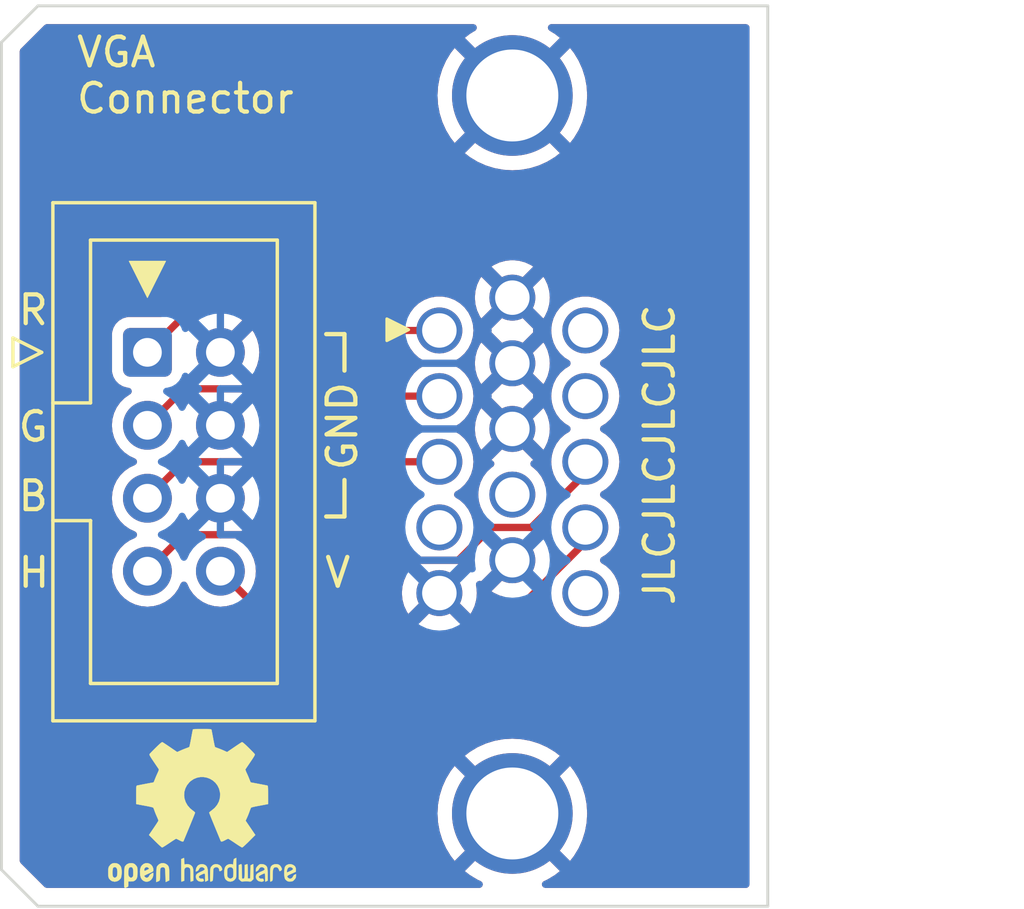
<source format=kicad_pcb>
(kicad_pcb (version 20221018) (generator pcbnew)
  (title_block (title "Apple II VGA Connector Board") (date "2023-09-08") (rev "A") (comment 1 "Licensed under CERN-OHL-P V2.0 (https://ohwr.org/cern_ohl_p_v2.txt)") (comment 2 "Copyright (c) 2023 Mark Aikens"))
  (layers (0 "F.Cu" signal) (31 "B.Cu" signal) (35 "F.Paste" user) (37 "F.SilkS" user "F.Silkscreen") (38 "B.Mask" user) (39 "F.Mask" user) (44 "Edge.Cuts" user))
  (net 0 "")
  (net 1 "R")
  (net 2 "/GND")
  (net 3 "G")
  (net 4 "B")
  (net 5 "VSYNC")
  (net 6 "HSYNC")
  (footprint "AppleVGA-Connector:DSUB-15HD_TE_Connectivity_2311586-4" (layer "F.Cu") (at 144.78 104.14 90)
    (fp_text reference "J2" hide)
    (fp_text value "DB15HD_Female")
    (fp_poly (pts (xy 4.5974 -3.6068) (xy 4.2164 -4.3688) (xy 4.9784 -4.3688)) (stroke (width 0.1)) (fill solid) (layer "F.SilkS"))
    (pad "0" thru_hole circle (at -12.246 0 90) (size 4.2 4.2) (drill 3.2) (layers "*.Cu" "*.Mask") (net 2 "/GND"))
    (pad "0" thru_hole circle (at 12.754 0 90) (size 4.2 4.2) (drill 3.2) (layers "*.Cu" "*.Mask") (net 2 "/GND"))
    (pad "1" thru_hole circle (at 4.572 -2.54 90) (size 1.6 1.6) (drill 1.2) (layers "*.Cu" "*.Mask") (net 1 "R"))
    (pad "2" thru_hole circle (at 2.286 -2.54 90) (size 1.6 1.6) (drill 1.2) (layers "*.Cu" "*.Mask") (net 3 "G"))
    (pad "3" thru_hole circle (at 0 -2.54 90) (size 1.6 1.6) (drill 1.2) (layers "*.Cu" "*.Mask") (net 4 "B"))
    (pad "4" thru_hole circle (at -2.286 -2.54 90) (size 1.6 1.6) (drill 1.2) (layers "*.Cu" "*.Mask"))
    (pad "5" thru_hole circle (at -4.572 -2.54 90) (size 1.6 1.6) (drill 1.2) (layers "*.Cu" "*.Mask") (net 2 "/GND"))
    (pad "6" thru_hole circle (at 5.715 0 90) (size 1.6 1.6) (drill 1.2) (layers "*.Cu" "*.Mask") (net 2 "/GND"))
    (pad "7" thru_hole circle (at 3.429 0 90) (size 1.6 1.6) (drill 1.2) (layers "*.Cu" "*.Mask") (net 2 "/GND"))
    (pad "8" thru_hole circle (at 1.143 0 90) (size 1.6 1.6) (drill 1.2) (layers "*.Cu" "*.Mask") (net 2 "/GND"))
    (pad "9" thru_hole circle (at -1.143 0 90) (size 1.6 1.6) (drill 1.2) (layers "*.Cu" "*.Mask"))
    (pad "10" thru_hole circle (at -3.429 0 90) (size 1.6 1.6) (drill 1.2) (layers "*.Cu" "*.Mask") (net 2 "/GND"))
    (pad "11" thru_hole circle (at 4.572 2.54 90) (size 1.6 1.6) (drill 1.2) (layers "*.Cu" "*.Mask"))
    (pad "12" thru_hole circle (at 2.286 2.54 90) (size 1.6 1.6) (drill 1.2) (layers "*.Cu" "*.Mask"))
    (pad "13" thru_hole circle (at 0 2.54 90) (size 1.6 1.6) (drill 1.2) (layers "*.Cu" "*.Mask") (net 6 "HSYNC"))
    (pad "14" thru_hole circle (at -2.286 2.54 90) (size 1.6 1.6) (drill 1.2) (layers "*.Cu" "*.Mask") (net 5 "VSYNC"))
    (pad "15" thru_hole circle (at -4.572 2.54 90) (size 1.6 1.6) (drill 1.2) (layers "*.Cu" "*.Mask"))
  )
  (footprint "Symbol:OSHW-Logo2_7.3x6mm_SilkScreen" (layer "F.Cu") (at 133.985 116.205)
    (fp_text reference "REF**" hide)
    (fp_text value "OSHW-Logo2_7.3x6mm_SilkScreen" hide)
    (fp_poly (pts (xy 2.6526 1.958752) (xy 2.669948 1.966334) (xy 2.711356 1.999128) (xy 2.746765 2.046547) (xy 2.768664 2.097151) (xy 2.772229 2.122098) (xy 2.760279 2.156927) (xy 2.734067 2.175357) (xy 2.705964 2.186516) (xy 2.693095 2.188572) (xy 2.686829 2.173649) (xy 2.674456 2.141175) (xy 2.669028 2.126502) (xy 2.63859 2.075744) (xy 2.59452 2.050427) (xy 2.53801 2.051206) (xy 2.533825 2.052203) (xy 2.503655 2.066507) (xy 2.481476 2.094393) (xy 2.466327 2.139287) (xy 2.45725 2.204615) (xy 2.453286 2.293804) (xy 2.452914 2.341261) (xy 2.45273 2.416071) (xy 2.451522 2.467069) (xy 2.448309 2.499471) (xy 2.442109 2.518495) (xy 2.43194 2.529356) (xy 2.416819 2.537272) (xy 2.415946 2.53767) (xy 2.386828 2.549981) (xy 2.372403 2.554514) (xy 2.370186 2.540809) (xy 2.368289 2.502925) (xy 2.366847 2.445715) (xy 2.365998 2.374027) (xy 2.365829 2.321565) (xy 2.366692 2.220047) (xy 2.37007 2.143032) (xy 2.377142 2.086023) (xy 2.389088 2.044526) (xy 2.40709 2.014043) (xy 2.432327 1.99008) (xy 2.457247 1.973355) (xy 2.517171 1.951097) (xy 2.586911 1.946076) (xy 2.6526 1.958752)) (stroke (width 0.01)) (fill solid) (layer "F.SilkS"))
    (fp_poly (pts (xy -1.283907 1.92778) (xy -1.237328 1.954723) (xy -1.204943 1.981466) (xy -1.181258 2.009484) (xy -1.164941 2.043748) (xy -1.154661 2.089227) (xy -1.149086 2.150892) (xy -1.146884 2.233711) (xy -1.146629 2.293246) (xy -1.146629 2.512391) (xy -1.208314 2.540044) (xy -1.27 2.567697) (xy -1.277257 2.32767) (xy -1.280256 2.238028) (xy -1.283402 2.172962) (xy -1.287299 2.128026) (xy -1.292553 2.09877) (xy -1.299769 2.080748) (xy -1.30955 2.069511) (xy -1.312688 2.067079) (xy -1.360239 2.048083) (xy -1.408303 2.0556) (xy -1.436914 2.075543) (xy -1.448553 2.089675) (xy -1.456609 2.10822) (xy -1.461729 2.136334) (xy -1.464559 2.179173) (xy -1.465744 2.241895) (xy -1.465943 2.307261) (xy -1.465982 2.389268) (xy -1.467386 2.447316) (xy -1.472086 2.486465) (xy -1.482013 2.51178) (xy -1.499097 2.528323) (xy -1.525268 2.541156) (xy -1.560225 2.554491) (xy -1.598404 2.569007) (xy -1.593859 2.311389) (xy -1.592029 2.218519) (xy -1.589888 2.149889) (xy -1.586819 2.100711) (xy -1.582206 2.066198) (xy -1.575432 2.041562) (xy -1.565881 2.022016) (xy -1.554366 2.00477) (xy -1.49881 1.94968) (xy -1.43102 1.917822) (xy -1.357287 1.910191) (xy -1.283907 1.92778)) (stroke (width 0.01)) (fill solid) (layer "F.SilkS"))
    (fp_poly (pts (xy 0.529926 1.949755) (xy 0.595858 1.974084) (xy 0.649273 2.017117) (xy 0.670164 2.047409) (xy 0.692939 2.102994) (xy 0.692466 2.143186) (xy 0.668562 2.170217) (xy 0.659717 2.174813) (xy 0.62153 2.189144) (xy 0.602028 2.185472) (xy 0.595422 2.161407) (xy 0.595086 2.148114) (xy 0.582992 2.09921) (xy 0.551471 2.064999) (xy 0.507659 2.048476) (xy 0.458695 2.052634) (xy 0.418894 2.074227) (xy 0.40545 2.086544) (xy 0.395921 2.101487) (xy 0.389485 2.124075) (xy 0.385317 2.159328) (xy 0.382597 2.212266) (xy 0.380502 2.287907) (xy 0.37996 2.311857) (xy 0.377981 2.39379) (xy 0.375731 2.451455) (xy 0.372357 2.489608) (xy 0.367006 2.513004) (xy 0.358824 2.526398) (xy 0.346959 2.534545) (xy 0.339362 2.538144) (xy 0.307102 2.550452) (xy 0.288111 2.554514) (xy 0.281836 2.540948) (xy 0.278006 2.499934) (xy 0.2766 2.430999) (xy 0.277598 2.333669) (xy 0.277908 2.318657) (xy 0.280101 2.229859) (xy 0.282693 2.165019) (xy 0.286382 2.119067) (xy 0.291864 2.086935) (xy 0.299835 2.063553) (xy 0.310993 2.043852) (xy 0.31683 2.03541) (xy 0.350296 1.998057) (xy 0.387727 1.969003) (xy 0.392309 1.966467) (xy 0.459426 1.946443) (xy 0.529926 1.949755)) (stroke (width 0.01)) (fill solid) (layer "F.SilkS"))
    (fp_poly (pts (xy -0.624114 1.851289) (xy -0.619861 1.910613) (xy -0.614975 1.945572) (xy -0.608205 1.96082) (xy -0.598298 1.961015) (xy -0.595086 1.959195) (xy -0.552356 1.946015) (xy -0.496773 1.946785) (xy -0.440263 1.960333) (xy -0.404918 1.977861) (xy -0.368679 2.005861) (xy -0.342187 2.037549) (xy -0.324001 2.077813) (xy -0.312678 2.131543) (xy -0.306778 2.203626) (xy -0.304857 2.298951) (xy -0.304823 2.317237) (xy -0.3048 2.522646) (xy -0.350509 2.53858) (xy -0.382973 2.54942) (xy -0.400785 2.554468) (xy -0.401309 2.554514) (xy -0.403063 2.540828) (xy -0.404556 2.503076) (xy -0.405674 2.446224) (xy -0.406303 2.375234) (xy -0.4064 2.332073) (xy -0.406602 2.246973) (xy -0.407642 2.185981) (xy -0.410169 2.144177) (xy -0.414836 2.116642) (xy -0.422293 2.098456) (xy -0.433189 2.084698) (xy -0.439993 2.078073) (xy -0.486728 2.051375) (xy -0.537728 2.049375) (xy -0.583999 2.071955) (xy -0.592556 2.080107) (xy -0.605107 2.095436) (xy -0.613812 2.113618) (xy -0.619369 2.139909) (xy -0.622474 2.179562) (xy -0.623824 2.237832) (xy -0.624114 2.318173) (xy -0.624114 2.522646) (xy -0.669823 2.53858) (xy -0.702287 2.54942) (xy -0.720099 2.554468) (xy -0.720623 2.554514) (xy -0.721963 2.540623) (xy -0.723172 2.501439) (xy -0.724199 2.4407) (xy -0.724998 2.362141) (xy -0.725519 2.269498) (xy -0.725714 2.166509) (xy -0.725714 1.769342) (xy -0.678543 1.749444) (xy -0.631371 1.729547) (xy -0.624114 1.851289)) (stroke (width 0.01)) (fill solid) (layer "F.SilkS"))
    (fp_poly (pts (xy 1.779833 1.958663) (xy 1.782048 1.99685) (xy 1.783784 2.054886) (xy 1.784899 2.12818) (xy 1.785257 2.205055) (xy 1.785257 2.465196) (xy 1.739326 2.511127) (xy 1.707675 2.539429) (xy 1.67989 2.550893) (xy 1.641915 2.550168) (xy 1.62684 2.548321) (xy 1.579726 2.542948) (xy 1.540756 2.539869) (xy 1.531257 2.539585) (xy 1.499233 2.541445) (xy 1.453432 2.546114) (xy 1.435674 2.548321) (xy 1.392057 2.551735) (xy 1.362745 2.54432) (xy 1.33368 2.521427) (xy 1.323188 2.511127) (xy 1.277257 2.465196) (xy 1.277257 1.978602) (xy 1.314226 1.961758) (xy 1.346059 1.949282) (xy 1.364683 1.944914) (xy 1.369458 1.958718) (xy 1.373921 1.997286) (xy 1.377775 2.056356) (xy 1.380722 2.131663) (xy 1.382143 2.195286) (xy 1.386114 2.445657) (xy 1.420759 2.450556) (xy 1.452268 2.447131) (xy 1.467708 2.436041) (xy 1.472023 2.415308) (xy 1.475708 2.371145) (xy 1.478469 2.309146) (xy 1.480012 2.234909) (xy 1.480235 2.196706) (xy 1.480457 1.976783) (xy 1.526166 1.960849) (xy 1.558518 1.950015) (xy 1.576115 1.944962) (xy 1.576623 1.944914) (xy 1.578388 1.958648) (xy 1.580329 1.99673) (xy 1.582282 2.054482) (xy 1.584084 2.127227) (xy 1.585343 2.195286) (xy 1.589314 2.445657) (xy 1.6764 2.445657) (xy 1.680396 2.21724) (xy 1.684392 1.988822) (xy 1.726847 1.966868) (xy 1.758192 1.951793) (xy 1.776744 1.944951) (xy 1.777279 1.944914) (xy 1.779833 1.958663)) (stroke (width 0.01)) (fill solid) (layer "F.SilkS"))
    (fp_poly (pts (xy -2.958885 1.921962) (xy -2.890855 1.957733) (xy -2.840649 2.015301) (xy -2.822815 2.052312) (xy -2.808937 2.107882) (xy -2.801833 2.178096) (xy -2.80116 2.254727) (xy -2.806573 2.329552) (xy -2.81773 2.394342) (xy -2.834286 2.440873) (xy -2.839374 2.448887) (xy -2.899645 2.508707) (xy -2.971231 2.544535) (xy -3.048908 2.55502) (xy -3.127452 2.53881) (xy -3.149311 2.529092) (xy -3.191878 2.499143) (xy -3.229237 2.459433) (xy -3.232768 2.454397) (xy -3.247119 2.430124) (xy -3.256606 2.404178) (xy -3.26221 2.370022) (xy -3.264914 2.321119) (xy -3.265701 2.250935) (xy -3.265714 2.2352) (xy -3.265678 2.230192) (xy -3.120571 2.230192) (xy -3.119727 2.29643) (xy -3.116404 2.340386) (xy -3.109417 2.368779) (xy -3.097584 2.388325) (xy -3.091543 2.394857) (xy -3.056814 2.41968) (xy -3.023097 2.418548) (xy -2.989005 2.397016) (xy -2.968671 2.374029) (xy -2.956629 2.340478) (xy -2.949866 2.287569) (xy -2.949402 2.281399) (xy -2.948248 2.185513) (xy -2.960312 2.114299) (xy -2.98543 2.068194) (xy -3.02344 2.047635) (xy -3.037008 2.046514) (xy -3.072636 2.052152) (xy -3.097006 2.071686) (xy -3.111907 2.109042) (xy -3.119125 2.16815) (xy -3.120571 2.230192) (xy -3.265678 2.230192) (xy -3.265174 2.160413) (xy -3.262904 2.108159) (xy -3.257932 2.071949) (xy -3.249287 2.045299) (xy -3.235995 2.021722) (xy -3.233057 2.017338) (xy -3.183687 1.958249) (xy -3.129891 1.923947) (xy -3.064398 1.910331) (xy -3.042158 1.909665) (xy -2.958885 1.921962)) (stroke (width 0.01)) (fill solid) (layer "F.SilkS"))
    (fp_poly (pts (xy 3.153595 1.966966) (xy 3.211021 2.004497) (xy 3.238719 2.038096) (xy 3.260662 2.099064) (xy 3.262405 2.147308) (xy 3.258457 2.211816) (xy 3.109686 2.276934) (xy 3.037349 2.310202) (xy 2.990084 2.336964) (xy 2.965507 2.360144) (xy 2.961237 2.382667) (xy 2.974889 2.407455) (xy 2.989943 2.423886) (xy 3.033746 2.450235) (xy 3.081389 2.452081) (xy 3.125145 2.431546) (xy 3.157289 2.390752) (xy 3.163038 2.376347) (xy 3.190576 2.331356) (xy 3.222258 2.312182) (xy 3.265714 2.295779) (xy 3.265714 2.357966) (xy 3.261872 2.400283) (xy 3.246823 2.435969) (xy 3.21528 2.476943) (xy 3.210592 2.482267) (xy 3.175506 2.51872) (xy 3.145347 2.538283) (xy 3.107615 2.547283) (xy 3.076335 2.55023) (xy 3.020385 2.550965) (xy 2.980555 2.54166) (xy 2.955708 2.527846) (xy 2.916656 2.497467) (xy 2.889625 2.464613) (xy 2.872517 2.423294) (xy 2.863238 2.367521) (xy 2.859693 2.291305) (xy 2.85941 2.252622) (xy 2.860372 2.206247) (xy 2.948007 2.206247) (xy 2.949023 2.231126) (xy 2.951556 2.2352) (xy 2.968274 2.229665) (xy 3.004249 2.215017) (xy 3.052331 2.19419) (xy 3.062386 2.189714) (xy 3.123152 2.158814) (xy 3.156632 2.131657) (xy 3.16399 2.10622) (xy 3.146391 2.080481) (xy 3.131856 2.069109) (xy 3.07941 2.046364) (xy 3.030322 2.050122) (xy 2.989227 2.077884) (xy 2.960758 2.127152) (xy 2.951631 2.166257) (xy 2.948007 2.206247) (xy 2.860372 2.206247) (xy 2.861285 2.162249) (xy 2.868196 2.095384) (xy 2.881884 2.046695) (xy 2.904096 2.010849) (xy 2.936574 1.982513) (xy 2.950733 1.973355) (xy 3.015053 1.949507) (xy 3.085473 1.948006) (xy 3.153595 1.966966)) (stroke (width 0.01)) (fill solid) (layer "F.SilkS"))
    (fp_poly (pts (xy 1.190117 2.065358) (xy 1.189933 2.173837) (xy 1.189219 2.257287) (xy 1.187675 2.319704) (xy 1.185001 2.365085) (xy 1.180894 2.397429) (xy 1.175055 2.420733) (xy 1.167182 2.438995) (xy 1.161221 2.449418) (xy 1.111855 2.505945) (xy 1.049264 2.541377) (xy 0.980013 2.55409) (xy 0.910668 2.542463) (xy 0.869375 2.521568) (xy 0.826025 2.485422) (xy 0.796481 2.441276) (xy 0.778655 2.383462) (xy 0.770463 2.306313) (xy 0.769302 2.249714) (xy 0.769458 2.245647) (xy 0.870857 2.245647) (xy 0.871476 2.31055) (xy 0.874314 2.353514) (xy 0.88084 2.381622) (xy 0.892523 2.401953) (xy 0.906483 2.417288) (xy 0.953365 2.44689) (xy 1.003701 2.449419) (xy 1.051276 2.424705) (xy 1.054979 2.421356) (xy 1.070783 2.403935) (xy 1.080693 2.383209) (xy 1.086058 2.352362) (xy 1.088228 2.304577) (xy 1.088571 2.251748) (xy 1.087827 2.185381) (xy 1.084748 2.141106) (xy 1.078061 2.112009) (xy 1.066496 2.091173) (xy 1.057013 2.080107) (xy 1.01296 2.052198) (xy 0.962224 2.048843) (xy 0.913796 2.070159) (xy 0.90445 2.078073) (xy 0.88854 2.095647) (xy 0.87861 2.116587) (xy 0.873278 2.147782) (xy 0.871163 2.196122) (xy 0.870857 2.245647) (xy 0.769458 2.245647) (xy 0.77281 2.158568) (xy 0.784726 2.090086) (xy 0.807135 2.0386) (xy 0.842124 1.998443) (xy 0.869375 1.977861) (xy 0.918907 1.955625) (xy 0.976316 1.945304) (xy 1.029682 1.948067) (xy 1.059543 1.959212) (xy 1.071261 1.962383) (xy 1.079037 1.950557) (xy 1.084465 1.918866) (xy 1.088571 1.870593) (xy 1.093067 1.816829) (xy 1.099313 1.784482) (xy 1.110676 1.765985) (xy 1.130528 1.75377) (xy 1.143 1.748362) (xy 1.190171 1.728601) (xy 1.190117 2.065358)) (stroke (width 0.01)) (fill solid) (layer "F.SilkS"))
    (fp_poly (pts (xy -1.831697 1.931239) (xy -1.774473 1.969735) (xy -1.730251 2.025335) (xy -1.703833 2.096086) (xy -1.69849 2.148162) (xy -1.699097 2.169893) (xy -1.704178 2.186531) (xy -1.718145 2.201437) (xy -1.745411 2.217973) (xy -1.790388 2.239498) (xy -1.857489 2.269374) (xy -1.857829 2.269524) (xy -1.919593 2.297813) (xy -1.970241 2.322933) (xy -2.004596 2.342179) (xy -2.017482 2.352848) (xy -2.017486 2.352934) (xy -2.006128 2.376166) (xy -1.979569 2.401774) (xy -1.949077 2.420221) (xy -1.93363 2.423886) (xy -1.891485 2.411212) (xy -1.855192 2.379471) (xy -1.837483 2.344572) (xy -1.820448 2.318845) (xy -1.787078 2.289546) (xy -1.747851 2.264235) (xy -1.713244 2.250471) (xy -1.706007 2.249714) (xy -1.697861 2.26216) (xy -1.69737 2.293972) (xy -1.703357 2.336866) (xy -1.714643 2.382558) (xy -1.73005 2.422761) (xy -1.730829 2.424322) (xy -1.777196 2.489062) (xy -1.837289 2.533097) (xy -1.905535 2.554711) (xy -1.976362 2.552185) (xy -2.044196 2.523804) (xy -2.047212 2.521808) (xy -2.100573 2.473448) (xy -2.13566 2.410352) (xy -2.155078 2.327387) (xy -2.157684 2.304078) (xy -2.162299 2.194055) (xy -2.156767 2.142748) (xy -2.017486 2.142748) (xy -2.015676 2.174753) (xy -2.005778 2.184093) (xy -1.981102 2.177105) (xy -1.942205 2.160587) (xy -1.898725 2.139881) (xy -1.897644 2.139333) (xy -1.860791 2.119949) (xy -1.846 2.107013) (xy -1.849647 2.093451) (xy -1.865005 2.075632) (xy -1.904077 2.049845) (xy -1.946154 2.04795) (xy -1.983897 2.066717) (xy -2.009966 2.102915) (xy -2.017486 2.142748) (xy -2.156767 2.142748) (xy -2.152806 2.106027) (xy -2.12845 2.036212) (xy -2.094544 1.987302) (xy -2.033347 1.937878) (xy -1.965937 1.913359) (xy -1.89712 1.911797) (xy -1.831697 1.931239)) (stroke (width 0.01)) (fill solid) (layer "F.SilkS"))
    (fp_poly (pts (xy 0.039744 1.950968) (xy 0.096616 1.972087) (xy 0.097267 1.972493) (xy 0.13244 1.99838) (xy 0.158407 2.028633) (xy 0.17667 2.068058) (xy 0.188732 2.121462) (xy 0.196096 2.193651) (xy 0.200264 2.289432) (xy 0.200629 2.303078) (xy 0.205876 2.508842) (xy 0.161716 2.531678) (xy 0.129763 2.54711) (xy 0.11047 2.554423) (xy 0.109578 2.554514) (xy 0.106239 2.541022) (xy 0.103587 2.504626) (xy 0.101956 2.451452) (xy 0.1016 2.408393) (xy 0.101592 2.338641) (xy 0.098403 2.294837) (xy 0.087288 2.273944) (xy 0.063501 2.272925) (xy 0.022296 2.288741) (xy -0.039914 2.317815) (xy -0.085659 2.341963) (xy -0.109187 2.362913) (xy -0.116104 2.385747) (xy -0.116114 2.386877) (xy -0.104701 2.426212) (xy -0.070908 2.447462) (xy -0.019191 2.450539) (xy 0.018061 2.450006) (xy 0.037703 2.460735) (xy 0.049952 2.486505) (xy 0.057002 2.519337) (xy 0.046842 2.537966) (xy 0.043017 2.540632) (xy 0.007001 2.55134) (xy -0.043434 2.552856) (xy -0.095374 2.545759) (xy -0.132178 2.532788) (xy -0.183062 2.489585) (xy -0.211986 2.429446) (xy -0.217714 2.382462) (xy -0.213343 2.340082) (xy -0.197525 2.305488) (xy -0.166203 2.274763) (xy -0.115322 2.24399) (xy -0.040824 2.209252) (xy -0.036286 2.207288) (xy 0.030821 2.176287) (xy 0.072232 2.150862) (xy 0.089981 2.128014) (xy 0.086107 2.104745) (xy 0.062643 2.078056) (xy 0.055627 2.071914) (xy 0.00863 2.0481) (xy -0.040067 2.049103) (xy -0.082478 2.072451) (xy -0.110616 2.115675) (xy -0.113231 2.12416) (xy -0.138692 2.165308) (xy -0.170999 2.185128) (xy -0.217714 2.20477) (xy -0.217714 2.15395) (xy -0.203504 2.080082) (xy -0.161325 2.012327) (xy -0.139376 1.989661) (xy -0.089483 1.960569) (xy -0.026033 1.9474) (xy 0.039744 1.950968)) (stroke (width 0.01)) (fill solid) (layer "F.SilkS"))
    (fp_poly (pts (xy -2.400256 1.919918) (xy -2.344799 1.947568) (xy -2.295852 1.99848) (xy -2.282371 2.017338) (xy -2.267686 2.042015) (xy -2.258158 2.068816) (xy -2.252707 2.104587) (xy -2.250253 2.156169) (xy -2.249714 2.224267) (xy -2.252148 2.317588) (xy -2.260606 2.387657) (xy -2.276826 2.439931) (xy -2.302546 2.479869) (xy -2.339503 2.512929) (xy -2.342218 2.514886) (xy -2.37864 2.534908) (xy -2.422498 2.544815) (xy -2.478276 2.547257) (xy -2.568952 2.547257) (xy -2.56899 2.635283) (xy -2.569834 2.684308) (xy -2.574976 2.713065) (xy -2.588413 2.730311) (xy -2.614142 2.744808) (xy -2.620321 2.747769) (xy -2.649236 2.761648) (xy -2.671624 2.770414) (xy -2.688271 2.771171) (xy -2.699964 2.761023) (xy -2.70749 2.737073) (xy -2.711634 2.696426) (xy -2.713185 2.636186) (xy -2.712929 2.553455) (xy -2.711651 2.445339) (xy -2.711252 2.413) (xy -2.709815 2.301524) (xy -2.708528 2.228603) (xy -2.569029 2.228603) (xy -2.568245 2.290499) (xy -2.56476 2.330997) (xy -2.556876 2.357708) (xy -2.542895 2.378244) (xy -2.533403 2.38826) (xy -2.494596 2.417567) (xy -2.460237 2.419952) (xy -2.424784 2.39575) (xy -2.423886 2.394857) (xy -2.409461 2.376153) (xy -2.400687 2.350732) (xy -2.396261 2.311584) (xy -2.394882 2.251697) (xy -2.394857 2.23843) (xy -2.398188 2.155901) (xy -2.409031 2.098691) (xy -2.42866 2.063766) (xy -2.45835 2.048094) (xy -2.475509 2.046514) (xy -2.516234 2.053926) (xy -2.544168 2.07833) (xy -2.560983 2.12298) (xy -2.56835 2.19113) (xy -2.569029 2.228603) (xy -2.708528 2.228603) (xy -2.708292 2.215245) (xy -2.706323 2.150333) (xy -2.70355 2.102958) (xy -2.699612 2.06929) (xy -2.694151 2.045498) (xy -2.686808 2.027753) (xy -2.677223 2.012224) (xy -2.673113 2.006381) (xy -2.618595 1.951185) (xy -2.549664 1.91989) (xy -2.469928 1.911165) (xy -2.400256 1.919918)) (stroke (width 0.01)) (fill solid) (layer "F.SilkS"))
    (fp_poly (pts (xy 2.144876 1.956335) (xy 2.186667 1.975344) (xy 2.219469 1.998378) (xy 2.243503 2.024133) (xy 2.260097 2.057358) (xy 2.270577 2.1028) (xy 2.276271 2.165207) (xy 2.278507 2.249327) (xy 2.278743 2.304721) (xy 2.278743 2.520826) (xy 2.241774 2.53767) (xy 2.212656 2.549981) (xy 2.198231 2.554514) (xy 2.195472 2.541025) (xy 2.193282 2.504653) (xy 2.191942 2.451542) (xy 2.191657 2.409372) (xy 2.190434 2.348447) (xy 2.187136 2.300115) (xy 2.182321 2.270518) (xy 2.178496 2.264229) (xy 2.152783 2.270652) (xy 2.112418 2.287125) (xy 2.065679 2.309458) (xy 2.020845 2.333457) (xy 1.986193 2.35493) (xy 1.970002 2.369685) (xy 1.969938 2.369845) (xy 1.97133 2.397152) (xy 1.983818 2.423219) (xy 2.005743 2.444392) (xy 2.037743 2.451474) (xy 2.065092 2.450649) (xy 2.103826 2.450042) (xy 2.124158 2.459116) (xy 2.136369 2.483092) (xy 2.137909 2.487613) (xy 2.143203 2.521806) (xy 2.129047 2.542568) (xy 2.092148 2.552462) (xy 2.052289 2.554292) (xy 1.980562 2.540727) (xy 1.943432 2.521355) (xy 1.897576 2.475845) (xy 1.873256 2.419983) (xy 1.871073 2.360957) (xy 1.891629 2.305953) (xy 1.922549 2.271486) (xy 1.95342 2.252189) (xy 2.001942 2.227759) (xy 2.058485 2.202985) (xy 2.06791 2.199199) (xy 2.130019 2.171791) (xy 2.165822 2.147634) (xy 2.177337 2.123619) (xy 2.16658 2.096635) (xy 2.148114 2.075543) (xy 2.104469 2.049572) (xy 2.056446 2.047624) (xy 2.012406 2.067637) (xy 1.980709 2.107551) (xy 1.976549 2.117848) (xy 1.952327 2.155724) (xy 1.916965 2.183842) (xy 1.872343 2.206917) (xy 1.872343 2.141485) (xy 1.874969 2.101506) (xy 1.88623 2.069997) (xy 1.911199 2.036378) (xy 1.935169 2.010484) (xy 1.972441 1.973817) (xy 2.001401 1.954121) (xy 2.032505 1.94622) (xy 2.067713 1.944914) (xy 2.144876 1.956335)) (stroke (width 0.01)) (fill solid) (layer "F.SilkS"))
    (fp_poly (pts (xy 0.10391 -2.757652) (xy 0.182454 -2.757222) (xy 0.239298 -2.756058) (xy 0.278105 -2.753793) (xy 0.302538 -2.75006) (xy 0.316262 -2.744494) (xy 0.32294 -2.736727) (xy 0.326236 -2.726395) (xy 0.326556 -2.725057) (xy 0.331562 -2.700921) (xy 0.340829 -2.653299) (xy 0.353392 -2.587259) (xy 0.368287 -2.507872) (xy 0.384551 -2.420204) (xy 0.385119 -2.417125) (xy 0.40141 -2.331211) (xy 0.416652 -2.255304) (xy 0.429861 -2.193955) (xy 0.440054 -2.151718) (xy 0.446248 -2.133145) (xy 0.446543 -2.132816) (xy 0.464788 -2.123747) (xy 0.502405 -2.108633) (xy 0.551271 -2.090738) (xy 0.551543 -2.090642) (xy 0.613093 -2.067507) (xy 0.685657 -2.038035) (xy 0.754057 -2.008403) (xy 0.757294 -2.006938) (xy 0.868702 -1.956374) (xy 1.115399 -2.12484) (xy 1.191077 -2.176197) (xy 1.259631 -2.222111) (xy 1.317088 -2.25997) (xy 1.359476 -2.287163) (xy 1.382825 -2.301079) (xy 1.385042 -2.302111) (xy 1.40201 -2.297516) (xy 1.433701 -2.275345) (xy 1.481352 -2.234553) (xy 1.546198 -2.174095) (xy 1.612397 -2.109773) (xy 1.676214 -2.046388) (xy 1.733329 -1.988549) (xy 1.780305 -1.939825) (xy 1.813703 -1.90379) (xy 1.830085 -1.884016) (xy 1.830694 -1.882998) (xy 1.832505 -1.869428) (xy 1.825683 -1.847267) (xy 1.80854 -1.813522) (xy 1.779393 -1.7652) (xy 1.736555 -1.699308) (xy 1.679448 -1.614483) (xy 1.628766 -1.539823) (xy 1.583461 -1.47286) (xy 1.54615 -1.417484) (xy 1.519452 -1.37758) (xy 1.505985 -1.357038) (xy 1.505137 -1.355644) (xy 1.506781 -1.335962) (xy 1.519245 -1.297707) (xy 1.540048 -1.248111) (xy 1.547462 -1.232272) (xy 1.579814 -1.16171) (xy 1.614328 -1.081647) (xy 1.642365 -1.012371) (xy 1.662568 -0.960955) (xy 1.678615 -0.921881) (xy 1.687888 -0.901459) (xy 1.689041 -0.899886) (xy 1.706096 -0.897279) (xy 1.746298 -0.890137) (xy 1.804302 -0.879477) (xy 1.874763 -0.866315) (xy 1.952335 -0.851667) (xy 2.031672 -0.836551) (xy 2.107431 -0.821982) (xy 2.174264 -0.808978) (xy 2.226828 -0.798555) (xy 2.259776 -0.79173) (xy 2.267857 -0.789801) (xy 2.276205 -0.785038) (xy 2.282506 -0.774282) (xy 2.287045 -0.753902) (xy 2.290104 -0.720266) (xy 2.291967 -0.669745) (xy 2.292918 -0.598708) (xy 2.29324 -0.503524) (xy 2.293257 -0.464508) (xy 2.293257 -0.147201) (xy 2.217057 -0.132161) (xy 2.174663 -0.124005) (xy 2.1114 -0.112101) (xy 2.034962 -0.097884) (xy 1.953043 -0.08279) (xy 1.9304 -0.078645) (xy 1.854806 -0.063947) (xy 1.788953 -0.049495) (xy 1.738366 -0.036625) (xy 1.708574 -0.026678) (xy 1.703612 -0.023713) (xy 1.691426 -0.002717) (xy 1.673953 0.037967) (xy 1.654577 0.090322) (xy 1.650734 0.1016) (xy 1.625339 0.171523) (xy 1.593817 0.250418) (xy 1.562969 0.321266) (xy 1.562817 0.321595) (xy 1.511447 0.432733) (xy 1.680399 0.681253) (xy 1.849352 0.929772) (xy 1.632429 1.147058) (xy 1.566819 1.211726) (xy 1.506979 1.268733) (xy 1.456267 1.315033) (xy 1.418046 1.347584) (xy 1.395675 1.363343) (xy 1.392466 1.364343) (xy 1.373626 1.356469) (xy 1.33518 1.334578) (xy 1.28133 1.301267) (xy 1.216276 1.259131) (xy 1.14594 1.211943) (xy 1.074555 1.16381) (xy 1.010908 1.121928) (xy 0.959041 1.088871) (xy 0.922995 1.067218) (xy 0.906867 1.059543) (xy 0.887189 1.066037) (xy 0.849875 1.08315) (xy 0.802621 1.107326) (xy 0.797612 1.110013) (xy 0.733977 1.141927) (xy 0.690341 1.157579) (xy 0.663202 1.157745) (xy 0.649057 1.143204) (xy 0.648975 1.143) (xy 0.641905 1.125779) (xy 0.625042 1.084899) (xy 0.599695 1.023525) (xy 0.567171 0.944819) (xy 0.528778 0.851947) (xy 0.485822 0.748072) (xy 0.444222 0.647502) (xy 0.398504 0.536516) (xy 0.356526 0.433703) (xy 0.319548 0.342215) (xy 0.288827 0.265201) (xy 0.265622 0.205815) (xy 0.25119 0.167209) (xy 0.246743 0.1528) (xy 0.257896 0.136272) (xy 0.287069 0.10993) (xy 0.325971 0.080887) (xy 0.436757 -0.010961) (xy 0.523351 -0.116241) (xy 0.584716 -0.232734) (xy 0.619815 -0.358224) (xy 0.627608 -0.490493) (xy 0.621943 -0.551543) (xy 0.591078 -0.678205) (xy 0.53792 -0.790059) (xy 0.465767 -0.885999) (xy 0.377917 -0.964924) (xy 0.277665 -1.02573) (xy 0.16831 -1.067313) (xy 0.053147 -1.088572) (xy -0.064525 -1.088401) (xy -0.18141 -1.065699) (xy -0.294211 -1.019362) (xy -0.399631 -0.948287) (xy -0.443632 -0.908089) (xy -0.528021 -0.804871) (xy -0.586778 -0.692075) (xy -0.620296 -0.57299) (xy -0.628965 -0.450905) (xy -0.613177 -0.329107) (xy -0.573322 -0.210884) (xy -0.509793 -0.099525) (xy -0.422979 0.001684) (xy -0.325971 0.080887) (xy -0.285563 0.111162) (xy -0.257018 0.137219) (xy -0.246743 0.152825) (xy -0.252123 0.169843) (xy -0.267425 0.2105) (xy -0.291388 0.271642) (xy -0.322756 0.350119) (xy -0.360268 0.44278) (xy -0.402667 0.546472) (xy -0.444337 0.647526) (xy -0.49031 0.758607) (xy -0.532893 0.861541) (xy -0.570779 0.953165) (xy -0.60266 1.030316) (xy -0.627229 1.089831) (xy -0.64318 1.128544) (xy -0.64909 1.143) (xy -0.663052 1.157685) (xy -0.69006 1.157642) (xy -0.733587 1.142099) (xy -0.79711 1.110284) (xy -0.797612 1.110013) (xy -0.84544 1.085323) (xy -0.884103 1.067338) (xy -0.905905 1.059614) (xy -0.906867 1.059543) (xy -0.923279 1.067378) (xy -0.959513 1.089165) (xy -1.011526 1.122328) (xy -1.075275 1.164291) (xy -1.14594 1.211943) (xy -1.217884 1.260191) (xy -1.282726 1.302151) (xy -1.336265 1.335227) (xy -1.374303 1.356821) (xy -1.392467 1.364343) (xy -1.409192 1.354457) (xy -1.44282 1.326826) (xy -1.48999 1.284495) (xy -1.547342 1.230505) (xy -1.611516 1.167899) (xy -1.632503 1.146983) (xy -1.849501 0.929623) (xy -1.684332 0.68722) (xy -1.634136 0.612781) (xy -1.590081 0.545972) (xy -1.554638 0.490665) (xy -1.530281 0.450729) (xy -1.519478 0.430036) (xy -1.519162 0.428563) (xy -1.524857 0.409058) (xy -1.540174 0.369822) (xy -1.562463 0.31743) (xy -1.578107 0.282355) (xy -1.607359 0.215201) (xy -1.634906 0.147358) (xy -1.656263 0.090034) (xy -1.662065 0.072572) (xy -1.678548 0.025938) (xy -1.69466 -0.010095) (xy -1.70351 -0.023713) (xy -1.72304 -0.032048) (xy -1.765666 -0.043863) (xy -1.825855 -0.057819) (xy -1.898078 -0.072578) (xy -1.9304 -0.078645) (xy -2.012478 -0.093727) (xy -2.091205 -0.108331) (xy -2.158891 -0.12102) (xy -2.20784 -0.130358) (xy -2.217057 -0.132161) (xy -2.293257 -0.147201) (xy -2.293257 -0.464508) (xy -2.293086 -0.568846) (xy -2.292384 -0.647787) (xy -2.290866 -0.704962) (xy -2.288251 -0.744001) (xy -2.284254 -0.768535) (xy -2.278591 -0.782195) (xy -2.27098 -0.788611) (xy -2.267857 -0.789801) (xy -2.249022 -0.79402) (xy -2.207412 -0.802438) (xy -2.14837 -0.814039) (xy -2.077243 -0.827805) (xy -1.999375 -0.84272) (xy -1.920113 -0.857768) (xy -1.844802 -0.871931) (xy -1.778787 -0.884194) (xy -1.727413 -0.893539) (xy -1.696025 -0.89895) (xy -1.689041 -0.899886) (xy -1.682715 -0.912404) (xy -1.66871 -0.945754) (xy -1.649645 -0.993623) (xy -1.642366 -1.012371) (xy -1.613004 -1.084805) (xy -1.578429 -1.16483) (xy -1.547463 -1.232272) (xy -1.524677 -1.283841) (xy -1.509518 -1.326215) (xy -1.504458 -1.352166) (xy -1.505264 -1.355644) (xy -1.515959 -1.372064) (xy -1.54038 -1.408583) (xy -1.575905 -1.461313) (xy -1.619913 -1.526365) (xy -1.669783 -1.599849) (xy -1.679644 -1.614355) (xy -1.737508 -1.700296) (xy -1.780044 -1.765739) (xy -1.808946 -1.813696) (xy -1.82591 -1.84718) (xy -1.832633 -1.869205) (xy -1.83081 -1.882783) (xy -1.830764 -1.882869) (xy -1.816414 -1.900703) (xy -1.784677 -1.935183) (xy -1.73899 -1.982732) (xy -1.682796 -2.039778) (xy -1.619532 -2.102745) (xy -1.612398 -2.109773) (xy -1.53267 -2.18698) (xy -1.471143 -2.24367) (xy -1.426579 -2.28089) (xy -1.397743 -2.299685) (xy -1.385042 -2.302111) (xy -1.366506 -2.291529) (xy -1.328039 -2.267084) (xy -1.273614 -2.231388) (xy -1.207202 -2.187053) (xy -1.132775 -2.136689) (xy -1.115399 -2.12484) (xy -0.868703 -1.956374) (xy -0.757294 -2.006938) (xy -0.689543 -2.036405) (xy -0.616817 -2.066041) (xy -0.554297 -2.08967) (xy -0.551543 -2.090642) (xy -0.50264 -2.108543) (xy -0.464943 -2.12368) (xy -0.446575 -2.13279) (xy -0.446544 -2.132816) (xy -0.440715 -2.149283) (xy -0.430808 -2.189781) (xy -0.417805 -2.249758) (xy -0.402691 -2.32466) (xy -0.386448 -2.409936) (xy -0.385119 -2.417125) (xy -0.368825 -2.504986) (xy -0.353867 -2.58474) (xy -0.341209 -2.651319) (xy -0.331814 -2.699653) (xy -0.326646 -2.724675) (xy -0.326556 -2.725057) (xy -0.323411 -2.735701) (xy -0.317296 -2.743738) (xy -0.304547 -2.749533) (xy -0.2815 -2.753453) (xy -0.244491 -2.755865) (xy -0.189856 -2.757135) (xy -0.113933 -2.757629) (xy -0.013056 -2.757714) (xy 0 -2.757714) (xy 0.10391 -2.757652)) (stroke (width 0.01)) (fill solid) (layer "F.SilkS"))
  )
  (footprint "Connector_IDC:IDC-Header_2x04_P2.54mm_Vertical" (layer "F.Cu") (at 132.08 100.33)
    (fp_text reference "J1" hide)
    (fp_text value "IDC_02x04")
    (fp_line (start -4.68 -0.5) (end -4.68 0.5) (stroke (width 0.12)) (layer "F.SilkS"))
    (fp_line (start -4.68 0.5) (end -3.68 0) (stroke (width 0.12)) (layer "F.SilkS"))
    (fp_line (start -3.68 0) (end -4.68 -0.5) (stroke (width 0.12)) (layer "F.SilkS"))
    (fp_line (start -3.29 -5.21) (end 5.83 -5.21) (stroke (width 0.12)) (layer "F.SilkS"))
    (fp_line (start -3.29 1.76) (end -1.98 1.76) (stroke (width 0.12)) (layer "F.SilkS"))
    (fp_line (start -3.29 12.83) (end -3.29 -5.21) (stroke (width 0.12)) (layer "F.SilkS"))
    (fp_line (start -1.98 -3.91) (end 4.52 -3.91) (stroke (width 0.12)) (layer "F.SilkS"))
    (fp_line (start -1.98 1.76) (end -1.98 -3.91) (stroke (width 0.12)) (layer "F.SilkS"))
    (fp_line (start -1.98 5.86) (end -3.29 5.86) (stroke (width 0.12)) (layer "F.SilkS"))
    (fp_line (start -1.98 5.86) (end -1.98 5.86) (stroke (width 0.12)) (layer "F.SilkS"))
    (fp_line (start -1.98 11.53) (end -1.98 5.86) (stroke (width 0.12)) (layer "F.SilkS"))
    (fp_line (start 4.52 -3.91) (end 4.52 11.53) (stroke (width 0.12)) (layer "F.SilkS"))
    (fp_line (start 4.52 11.53) (end -1.98 11.53) (stroke (width 0.12)) (layer "F.SilkS"))
    (fp_line (start 5.83 -5.21) (end 5.83 12.83) (stroke (width 0.12)) (layer "F.SilkS"))
    (fp_line (start 5.83 12.83) (end -3.29 12.83) (stroke (width 0.12)) (layer "F.SilkS"))
    (pad "1" thru_hole roundrect (at 0 0) (size 1.7 1.7) (drill 1) (layers "*.Cu" "*.Mask") (roundrect_rratio 0.1470588235) (net 1 "R"))
    (pad "2" thru_hole circle (at 2.54 0) (size 1.7 1.7) (drill 1) (layers "*.Cu" "*.Mask") (net 2 "/GND"))
    (pad "3" thru_hole circle (at 0 2.54) (size 1.7 1.7) (drill 1) (layers "*.Cu" "*.Mask") (net 3 "G"))
    (pad "4" thru_hole circle (at 2.54 2.54) (size 1.7 1.7) (drill 1) (layers "*.Cu" "*.Mask") (net 2 "/GND"))
    (pad "5" thru_hole circle (at 0 5.08) (size 1.7 1.7) (drill 1) (layers "*.Cu" "*.Mask") (net 4 "B"))
    (pad "6" thru_hole circle (at 2.54 5.08) (size 1.7 1.7) (drill 1) (layers "*.Cu" "*.Mask") (net 2 "/GND"))
    (pad "7" thru_hole circle (at 0 7.62) (size 1.7 1.7) (drill 1) (layers "*.Cu" "*.Mask") (net 6 "HSYNC"))
    (pad "8" thru_hole circle (at 2.54 7.62) (size 1.7 1.7) (drill 1) (layers "*.Cu" "*.Mask") (net 5 "VSYNC"))
  )
  (gr_line (start 138.938 106.045) (end 138.303 106.045) (stroke (width 0.15)) (layer "F.SilkS"))
  (gr_line (start 138.938 104.775) (end 138.938 106.045) (stroke (width 0.15)) (layer "F.SilkS"))
  (gr_line (start 138.303 99.695) (end 138.938 99.695) (stroke (width 0.15)) (layer "F.SilkS"))
  (gr_line (start 138.938 99.695) (end 138.938 100.965) (stroke (width 0.15)) (layer "F.SilkS"))
  (gr_poly (pts (xy 131.445 97.155) (xy 132.715 97.155) (xy 132.08 98.425)) (stroke (width 0.0254)) (fill solid) (layer "F.SilkS"))
  (gr_line (start 153.67 88.265) (end 153.67 119.615001) (stroke (width 0.1)) (layer "Edge.Cuts"))
  (gr_line (start 128.27 88.265) (end 153.67 88.265) (stroke (width 0.1)) (layer "Edge.Cuts"))
  (gr_line (start 127 89.535) (end 128.27 88.265) (stroke (width 0.1)) (layer "Edge.Cuts"))
  (gr_line (start 153.67 119.615001) (end 128.27 119.615001) (stroke (width 0.1)) (layer "Edge.Cuts"))
  (gr_line (start 127 118.345001) (end 128.27 119.615001) (stroke (width 0.1)) (layer "Edge.Cuts"))
  (gr_line (start 127 118.345001) (end 127 89.535) (stroke (width 0.1)) (layer "Edge.Cuts"))
  (gr_text "JLCJLCJLCJLC" (at 150.495 109.22 90) (layer "F.SilkS") (effects (font (size 1.016 1.016) (thickness 0.1524)) (justify left bottom)))
  (gr_text "R" (at 127.508 99.441) (layer "F.SilkS") (effects (font (size 1 1)) (justify left bottom)))
  (gr_text "H" (at 127.508 108.585) (layer "F.SilkS") (effects (font (size 1 1)) (justify left bottom)))
  (gr_text "G" (at 127.508 103.505) (layer "F.SilkS") (effects (font (size 1 1)) (justify left bottom)))
  (gr_text "VGA\nConnector" (at 129.54 92.075) (layer "F.SilkS") (effects (font (size 1 1)) (justify left bottom)))
  (gr_text "V" (at 138.176 108.585) (layer "F.SilkS") (effects (font (size 1 1)) (justify left bottom)))
  (gr_text "B" (at 127.508 105.918) (layer "F.SilkS") (effects (font (size 1 1)) (justify left bottom)))
  (gr_text "GND" (at 139.446 104.521 90) (layer "F.SilkS") (effects (font (size 1 1)) (justify left bottom)))
  (segment (start 138.303 99.568) (end 142.24 99.568) (width 0.25) (layer "F.Cu") (net 1))
  (segment (start 133.985 98.425) (end 137.16 98.425) (width 0.25) (layer "F.Cu") (net 1))
  (segment (start 137.16 98.425) (end 138.303 99.568) (width 0.25) (layer "F.Cu") (net 1))
  (segment (start 132.08 100.33) (end 133.985 98.425) (width 0.25) (layer "F.Cu") (net 1))
  (segment (start 143.2814 100.711) (end 141.2272 100.711) (width 0.254) (layer "B.Cu") (net 2))
  (segment (start 140.1858 104.14) (end 141.3288 102.997) (width 0.254) (layer "B.Cu") (net 2))
  (segment (start 141.3288 102.997) (end 143.256 102.997) (width 0.254) (layer "B.Cu") (net 2))
  (segment (start 134.62 105.41) (end 134.62 106.68) (width 0.254) (layer "B.Cu") (net 2))
  (segment (start 141.1225 100.8157) (end 141.1193 100.8157) (width 0.254) (layer "B.Cu") (net 2))
  (segment (start 141.2748 107.569) (end 143.256 107.569) (width 0.254) (layer "B.Cu") (net 2))
  (segment (start 140.335 99.568) (end 138.303 99.568) (width 0.254) (layer "B.Cu") (net 2))
  (segment (start 137.16 98.425) (end 135.128 98.425) (width 0.254) (layer "B.Cu") (net 2))
  (segment (start 142.367 97.536) (end 140.335 99.568) (width 0.254) (layer "B.Cu") (net 2))
  (segment (start 143.891 97.536) (end 142.367 97.536) (width 0.254) (layer "B.Cu") (net 2))
  (segment (start 140.3858 106.68) (end 141.2748 107.569) (width 0.254) (layer "B.Cu") (net 2))
  (segment (start 134.62 98.933) (end 134.62 100.33) (width 0.254) (layer "B.Cu") (net 2))
  (segment (start 141.1193 100.8157) (end 140.081 101.854) (width 0.254) (layer "B.Cu") (net 2))
  (segment (start 134.62 104.14) (end 140.1858 104.14) (width 0.254) (layer "B.Cu") (net 2))
  (segment (start 137.668 101.854) (end 137.414 101.6) (width 0.254) (layer "B.Cu") (net 2))
  (segment (start 134.62 101.6) (end 134.62 102.87) (width 0.254) (layer "B.Cu") (net 2))
  (segment (start 135.128 98.425) (end 134.62 98.933) (width 0.254) (layer "B.Cu") (net 2))
  (segment (start 138.303 99.568) (end 137.16 98.425) (width 0.254) (layer "B.Cu") (net 2))
  (segment (start 134.62 105.41) (end 134.62 104.14) (width 0.254) (layer "B.Cu") (net 2))
  (segment (start 144.78 98.425) (end 143.891 97.536) (width 0.254) (layer "B.Cu") (net 2))
  (segment (start 137.414 101.6) (end 134.62 101.6) (width 0.254) (layer "B.Cu") (net 2))
  (segment (start 141.2272 100.711) (end 141.1225 100.8157) (width 0.254) (layer "B.Cu") (net 2))
  (segment (start 140.081 101.854) (end 137.668 101.854) (width 0.254) (layer "B.Cu") (net 2))
  (segment (start 134.62 106.68) (end 140.3858 106.68) (width 0.254) (layer "B.Cu") (net 2))
  (segment (start 132.08 102.87) (end 133.35 101.6) (width 0.25) (layer "F.Cu") (net 3))
  (segment (start 133.35 101.6) (end 137.414 101.6) (width 0.25) (layer "F.Cu") (net 3))
  (segment (start 137.414 101.6) (end 137.668 101.854) (width 0.25) (layer "F.Cu") (net 3))
  (segment (start 137.668 101.854) (end 142.24 101.854) (width 0.25) (layer "F.Cu") (net 3))
  (segment (start 132.08 105.41) (end 133.35 104.14) (width 0.254) (layer "F.Cu") (net 4))
  (segment (start 133.35 104.14) (end 142.24 104.14) (width 0.254) (layer "F.Cu") (net 4))
  (segment (start 143.9672 110.2836) (end 147.32 106.9308) (width 0.254) (layer "F.Cu") (net 5))
  (segment (start 136.9536 110.2836) (end 143.9672 110.2836) (width 0.254) (layer "F.Cu") (net 5))
  (segment (start 134.62 107.95) (end 136.9536 110.2836) (width 0.254) (layer "F.Cu") (net 5))
  (segment (start 140.3858 106.68) (end 141.2748 107.569) (width 0.254) (layer "F.Cu") (net 6))
  (segment (start 132.08 107.95) (end 133.35 106.68) (width 0.254) (layer "F.Cu") (net 6))
  (segment (start 144.0434 106.426) (end 145.4404 106.426) (width 0.254) (layer "F.Cu") (net 6))
  (segment (start 133.35 106.68) (end 140.3858 106.68) (width 0.254) (layer "F.Cu") (net 6))
  (segment (start 142.9004 107.569) (end 144.0434 106.426) (width 0.254) (layer "F.Cu") (net 6))
  (segment (start 145.4404 106.426) (end 147.32 104.5464) (width 0.254) (layer "F.Cu") (net 6))
  (segment (start 141.2748 107.569) (end 142.9004 107.569) (width 0.254) (layer "F.Cu") (net 6))
  (zone (net 2) (net_name "/GND") (layers "F&B.Cu") (connect_pads (clearance 0.381)) (min_thickness 0.25) (fill yes (thermal_gap 0.5) (thermal_bridge_width 0.5))
    (polygon (pts (xy 127 88.265) (xy 153.67 88.265) (xy 153.67 119.6086) (xy 127 119.6086)))
  )
)
</source>
